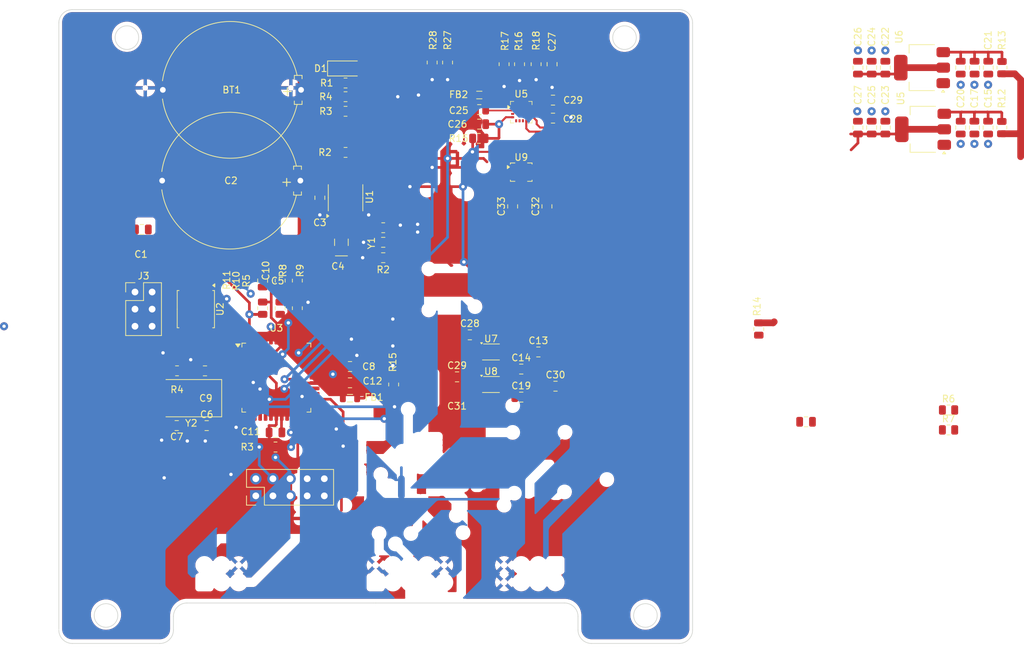
<source format=kicad_pcb>
(kicad_pcb (version 20241229) (generator "pcbnew") (generator_version "9.0")
  (layers (0 "F.Cu" signal) (2 "B.Cu" signal) (13 "F.Paste" user) (15 "B.Paste" user) (5 "F.SilkS" user "F.Silkscreen") (7 "B.SilkS" user "B.Silkscreen") (1 "F.Mask" user) (3 "B.Mask" user) (25 "Edge.Cuts" user))
  (net 0 "")
  (net 1 "GND")
  (net 2 "+3.3V")
  (net 3 "+3.3VA")
  (net 4 "Net-(D1-A)")
  (net 5 "/level_translator/TX")
  (net 6 "+5V")
  (net 7 "/CLK0")
  (net 8 "/INT")
  (net 9 "/DRDY")
  (net 10 "/SCL")
  (net 11 "/SDA")
  (net 12 "/mc/TDI")
  (net 13 "/SS")
  (net 14 "/mc/TCK")
  (net 15 "/mc/TMS")
  (net 16 "/mc/TDO")
  (net 17 "/mc/~{RESET}")
  (net 18 "/SCK")
  (net 19 "/MOSI ")
  (net 20 "/MISO")
  (net 21 "Net-(BT1-+)")
  (net 22 "Net-(U1-OSCI)")
  (net 23 "Net-(U2-VCC)")
  (net 24 "Net-(U3-XTAL1)")
  (net 25 "Net-(U5-AVDD)")
  (net 26 "Net-(U5-C1)")
  (net 27 "Net-(U5-CAD0)")
  (net 28 "Net-(U5-CAD1)")
  (net 29 "Net-(U3-XTAL2)")
  (net 30 "Net-(U3-AREF)")
  (net 33 "Net-(J2-VREF)")
  (net 34 "Net-(U3-AVCC)")
  (net 35 "Net-(U5-DVDD)")
  (net 36 "Net-(R1-Pad2)")
  (net 37 "Net-(U4-VDD)")
  (net 38 "Net-(U5-VI)")
  (net 39 "Net-(U6-VI)")
  (net 40 "Net-(U4-C1)")
  (net 41 "Net-(U7-VCCA)")
  (net 42 "Net-(U7-VCCB)")
  (net 45 "Net-(U3-PA3)")
  (net 46 "Net-(U3-PA2)")
  (net 47 "Net-(U1-OSCO)")
  (net 48 "/clock/INT")
  (net 51 "/level_translator/UART_TX0")
  (net 61 "/level_translator/UART_TX1")
  (net 64 "/level_translator/UART_RX1")
  (net 65 "/level_translator/UART_RX0")
  (net 66 "/mc/DRDY")
  (net 68 "/level_translator/TX1")
  (net 69 "/level_translator/TX0")
  (net 70 "/level_translator/RX1")
  (net 71 "/level_translator/RX0")
  (net 73 "/imu/INT1")
  (net 75 "/imu/INT2")
  (footprint "Resistor_SMD:R_0805_2012Metric" (layer "F.Cu") (at 189.29 52.145)
    (property "Reference" "R15")
    (property "Value" "10")
  )
  (footprint "Inductor_SMD:L_0805_2012Metric" (layer "F.Cu") (at 189.361 45.715)
    (property "Reference" "FB2")
    (property "Value" "FerriteBead")
  )
  (footprint "Capacitor_SMD:C_0805_2012Metric" (layer "F.Cu") (at 189.357 50.038 180)
    (property "Reference" "C26")
    (property "Value" "0.22")
  )
  (footprint "Inductor_SMD:L_0805_2012Metric" (layer "F.Cu") (at 170.185 90.678 180)
    (property "Reference" "FB1")
    (property "Value" "FerriteBead")
  )
  (footprint "Capacitor_SMD:C_0805_2012Metric" (layer "F.Cu") (at 198.12 83.82)
    (property "Reference" "C13")
    (property "Value" "0.22")
  )
  (footprint "Resistor_SMD:R_0805_2012Metric" (layer "F.Cu") (at 176.662 88.646 -90)
    (property "Reference" "R15")
    (property "Value" "10")
  )
  (footprint "Resistor_SMD:R_0805_2012Metric" (layer "F.Cu") (at 175.1115 65.3985)
    (property "Reference" "R2")
    (property "Value" "10")
  )
  (footprint "Capacitor_SMD:C_0805_2012Metric" (layer "F.Cu") (at 157.231 73.2415 -90)
    (property "Reference" "C10")
    (property "Value" "0.22")
  )
  (footprint "Resistor_SMD:R_0805_2012Metric" (layer "F.Cu") (at 230.8098 80.4145 -90)
    (property "Reference" "R14")
    (property "Value" "10")
  )
  (footprint "Resistor_SMD:R_0805_2012Metric" (layer "F.Cu") (at 182.372 40.894 -90)
    (property "Reference" "R28")
    (property "Value" "2.2k")
  )
  (footprint "Resistor_SMD:R_0805_2012Metric" (layer "F.Cu") (at 159.832 77.329 90)
    (property "Reference" "R10")
    (property "Value" "2.2k")
  )
  (footprint "Capacitor_SMD:C_0805_2012Metric" (layer "F.Cu") (at 148.6775 86.6205 180)
    (property "Reference" "C9")
    (property "Value" "0.22")
  )
  (footprint "Capacitor_SMD:C_0805_2012Metric" (layer "F.Cu") (at 195.58 90.52)
    (property "Reference" "C19")
    (property "Value" "4.7")
  )
  (footprint "Capacitor_SMD:C_0805_2012Metric" (layer "F.Cu") (at 170.185 85.9855 180)
    (property "Reference" "C8")
    (property "Value" "0.22")
  )
  (footprint "Crystal:Crystal_SMD_EuroQuartz_EQ161-2Pin_3.2x1.5mm" (layer "F.Cu") (at 168.912 67.5575 90)
    (property "Reference" "Y1")
    (property "Value" "32.768кГц")
  )
  (footprint "Capacitor_SMD:C_0805_2012Metric" (layer "F.Cu") (at 245.516 41.656 90)
    (property "Reference" "C26")
    (property "Value" "C")
  )
  (footprint "Battery:Battery_Panasonic_CR2032-HFN_Horizontal_CircularHoles" (layer "F.Cu") (at 162.824 58.413622 180)
    (property "Reference" "C2")
    (property "Value" "C_Polarized")
  )
  (footprint "Capacitor_SMD:C_0805_2012Metric" (layer "F.Cu") (at 187.96 81.28)
    (property "Reference" "C28")
    (property "Value" "0.22")
  )
  (footprint "Capacitor_SMD:C_0805_2012Metric" (layer "F.Cu") (at 175.1115 69.8435)
    (property "Reference" "C4")
    (property "Value" "100p")
  )
  (footprint "Crystal:Crystal_SMD_EuroQuartz_MQ2-2Pin_7.0x5.0mm" (layer "F.Cu") (at 146.6455 90.678 180)
    (property "Reference" "Y2")
    (property "Value" "8MHz")
  )
  (footprint "Capacitor_SMD:C_0805_2012Metric" (layer "F.Cu") (at 139.321 65.6525)
    (property "Reference" "C1")
    (property "Value" "22p")
  )
  (footprint "Capacitor_SMD:C_0805_2012Metric" (layer "F.Cu") (at 247.548 41.656 90)
    (property "Reference" "C24")
    (property "Value" "C")
  )
  (footprint "Resistor_SMD:R_0805_2012Metric" (layer "F.Cu") (at 258.953 92.427)
    (property "Reference" "R6")
    (property "Value" "2.2k")
  )
  (footprint "Capacitor_SMD:C_0805_2012Metric" (layer "F.Cu") (at 159.136 95.758 180)
    (property "Reference" "C11")
    (property "Value" "0.22")
  )
  (footprint "Capacitor_SMD:C_0805_2012Metric" (layer "F.Cu") (at 260.756 41.656 -90)
    (property "Reference" "C18" (hide yes))
    (property "Value" "C")
  )
  (footprint "Capacitor_SMD:C_0805_2012Metric" (layer "F.Cu") (at 249.58 50.546 90)
    (property "Reference" "C23")
    (property "Value" "4.7")
  )
  (footprint "Resistor_SMD:R_0805_2012Metric" (layer "F.Cu") (at 169.5235 45.9675)
    (property "Reference" "R4")
    (property "Value" "10")
  )
  (footprint "Capacitor_SMD:C_0805_2012Metric" (layer "F.Cu") (at 200.66 88.9)
    (property "Reference" "C30")
    (property "Value" "0.22")
  )
  (footprint "Capacitor_SMD:C_0805_2012Metric" (layer "F.Cu") (at 148.9315 94.7485 180)
    (property "Reference" "C6")
    (property "Value" "22p")
  )
  (footprint "Resistor_SMD:R_0805_2012Metric" (layer "F.Cu") (at 162.372 73.2415 90)
    (property "Reference" "R9")
    (property "Value" "2.2k")
  )
  (footprint "Capacitor_SMD:C_0805_2012Metric" (layer "F.Cu") (at 200.29 49.145)
    (property "Reference" "C28")
    (property "Value" "4.7")
  )
  (footprint "Package_QFP:TQFP-44_10x10mm_P0.8mm" (layer "F.Cu") (at 159.263 87.63)
    (property "Reference" "U3")
    (property "Value" "ATmega1284P-A")
  )
  (footprint "Resistor_SMD:R_0805_2012Metric" (layer "F.Cu") (at 159.136 97.917 180)
    (property "Reference" "R3")
    (property "Value" "10")
  )
  (footprint "Capacitor_SMD:C_0805_2012Metric" (layer "F.Cu") (at 144.4865 94.742)
    (property "Reference" "C7")
    (property "Value" "22p")
  )
  (footprint "Resistor_SMD:R_0805_2012Metric" (layer "F.Cu") (at 258.953 95.377)
    (property "Reference" "R7")
    (property "Value" "2.2k")
  )
  (footprint "Diode_SMD:D_MiniMELF" (layer "F.Cu") (at 169.5235 41.7765)
    (property "Reference" "D1")
    (property "Value" "LL42")
  )
  (footprint "Resistor_SMD:R_0805_2012Metric" (layer "F.Cu") (at 169.5235 43.9355 180)
    (property "Reference" "R1")
    (property "Value" "10")
  )
  (footprint "Resistor_SMD:R_0805_2012Metric" (layer "F.Cu") (at 169.5235 48.1265)
    (property "Reference" "R3")
    (property "Value" "2.2k")
  )
  (footprint "Capacitor_SMD:C_0805_2012Metric" (layer "F.Cu") (at 195.58 86.36)
    (property "Reference" "C14")
    (property "Value" "100p")
  )
  (footprint "Package_LGA:LGA-14_3x2.5mm_P0.5mm_LayoutBorder3x4y" (layer "F.Cu") (at 195.58 57.15)
    (property "Reference" "U9")
    (property "Value" "LSM6DS3")
  )
  (footprint "Resistor_SMD:R_0805_2012Metric" (layer "F.Cu") (at 162.372 77.329 90)
    (property "Reference" "R11")
    (property "Value" "2.2k")
  )
  (footprint "Resistor_SMD:R_0805_2012Metric" (layer "F.Cu") (at 144.531 86.614 180)
    (property "Reference" "R4")
    (property "Value" "2.2k")
  )
  (footprint "Resistor_SMD:R_0805_2012Metric" (layer "F.Cu") (at 193.04 41.143 -90)
    (property "Reference" "R17")
    (property "Value" "2.2k")
  )
  (footprint "Resistor_SMD:R_0805_2012Metric" (layer "F.Cu") (at 266.877 41.656 90)
    (property "Reference" "R13")
    (property "Value" "1")
  )
  (footprint "Package_SO:VSSOP-8_2.3x2mm_P0.5mm" (layer "F.Cu") (at 191.09 83.82)
    (property "Reference" "U7")
    (property "Value" "74LVC2T45DC")
  )
  (footprint "Package_SO:SOIC-8_3.9x4.9mm_P1.27mm" (layer "F.Cu") (at 169.5235 60.9535 90)
    (property "Reference" "U1")
    (property "Value" "PCF8563T")
  )
  (footprint "Connector_PinHeader_2.54mm:PinHeader_2x03_P2.54mm_Vertical" (layer "F.Cu") (at 138.298 74.93)
    (property "Reference" "J3")
    (property "Value" "AVR-ISP-6")
  )
  (footprint "Capacitor_SMD:C_0805_2012Metric" (layer "F.Cu") (at 249.58 41.656 90)
    (property "Reference" "C22")
    (property "Value" "4.7")
  )
  (footprint "Battery:Battery_Panasonic_CR2032-HFN_Horizontal_CircularHoles" (layer "F.Cu") (at 162.9275 44.951622 180)
    (property "Reference" "BT1")
    (property "Value" "Battery_Cell")
  )
  (footprint "Capacitor_SMD:C_0805_2012Metric" (layer "F.Cu") (at 175.1115 67.5575)
    (property "Reference" "C5")
    (property "Value" "0.22")
  )
  (footprint "Capacitor_SMD:C_0805_2012Metric" (layer "F.Cu") (at 247.548 50.546 90)
    (property "Reference" "C25")
    (property "Value" "C")
  )
  (footprint "Resistor_SMD:R_0805_2012Metric" (layer "F.Cu") (at 169.5235 54.2225)
    (property "Reference" "R2")
    (property "Value" "2.2k")
  )
  (footprint "Resistor_SMD:R_0805_2012Metric" (layer "F.Cu") (at 266.852 50.546 90)
    (property "Reference" "R12")
    (property "Value" "1")
  )
  (footprint "Package_TO_SOT_SMD:SOT-223-3_TabPin2" (layer "F.Cu") (at 255.016 41.656 180)
    (property "Reference" "U6")
    (property "Value" "AMS1117-3.3")
  )
  (footprint "Capacitor_SMD:C_0805_2012Metric" (layer "F.Cu") (at 264.845 41.656 -90)
    (property "Reference" "C21")
    (property "Value" "4.7")
  )
  (footprint "Resistor_SMD:R_0805_2012Metric" (layer "F.Cu") (at 157.231 77.329 -90)
    (property "Reference" "R5")
    (property "Value" "2.2k")
  )
  (footprint "Capacitor_SMD:C_0805_2012Metric" (layer "F.Cu") (at 262.788 50.546 -90)
    (property "Reference" "C17")
    (property "Value" "C")
  )
  (footprint "Capacitor_SMD:C_0805_2012Metric" (layer "F.Cu") (at 200.29 46.477)
    (property "Reference" "C29")
    (property "Value" "0.22")
  )
  (footprint "Connector_PinHeader_2.54mm:PinHeader_2x05_P2.54mm_Vertical" (layer "F.Cu") (at 156.215 105.161 90)
    (property "Reference" "J2" (hide yes))
    (property "Value" "AVR-JTAG-10")
  )
  (footprint "Capacitor_SMD:C_0805_2012Metric" (layer "F.Cu") (at 165.7135 60.9535 90)
    (property "Reference" "C3")
    (property "Value" "0.1")
  )
  (footprint "Capacitor_SMD:C_0805_2012Metric" (layer "F.Cu") (at 189.357 47.879 180)
    (property "Reference" "C25")
    (property "Value" "0.22")
  )
  (footprint "Capacitor_SMD:C_0805_2012Metric" (layer "F.Cu") (at 237.8205 94.178)
    (property "Reference" "C31")
    (property "Value" "0.22")
  )
  (footprint "Capacitor_SMD:C_0805_2012Metric" (layer "F.Cu") (at 199.39 62.23 90)
    (property "Reference" "C32")
    (property "Value" "0.22")
  )
  (footprint "Resistor_SMD:R_0805_2012Metric" (layer "F.Cu") (at 159.832 73.2415 90)
    (property "Reference" "R8")
    (property "Value" "2.2k")
  )
  (footprint "Capacitor_SMD:C_0805_2012Metric" (layer "F.Cu") (at 200.156 41.145 90)
    (property "Reference" "C27")
    (property "Value" "0.22")
  )
  (footprint "Resistor_SMD:R_0805_2012Metric" (layer "F.Cu") (at 184.658 40.894 -90)
    (property "Reference" "R27")
    (property "Value" "2.2k")
  )
  (footprint "Capacitor_SMD:C_0805_2012Metric" (layer "F.Cu") (at 245.5156 50.546 90)
    (property "Reference" "C27")
    (property "Value" "C")
  )
  (footprint "Capacitor_SMD:C_0805_2012Metric" (layer "F.Cu") (at 170.185 88.392)
    (property "Reference" "C12")
    (property "Value" "0.22")
  )
  (footprint "Package_LGA:LGA-16_3x3mm_P0.5mm" (layer "F.Cu") (at 195.58 48.26)
    (property "Reference" "U5")
    (property "Value" "qmc5883l")
  )
  (footprint "Package_TO_SOT_SMD:SOT-223-3_TabPin2" (layer "F.Cu") (at 255.168 50.8 180)
    (property "Reference" "U5")
    (property "Value" "AMS1117-3.3")
  )
  (footprint "Resistor_SMD:R_0805_2012Metric" (layer "F.Cu") (at 197.79 41.145 -90)
    (property "Reference" "R18")
    (property "Value" "2.2k")
  )
  (footprint "Package_SO:SOIC-8_5.3x5.3mm_P1.27mm" (layer "F.Cu") (at 147.32 77.47 -90)
    (property "Reference" "U2")
    (property "Value" "W25Q128JVS")
  )
  (footprint "Capacitor_SMD:C_0805_2012Metric" (layer "F.Cu") (at 194.31 62.23 90)
    (property "Reference" "C33")
    (property "Value" "0.22")
  )
  (footprint "Capacitor_SMD:C_0805_2012Metric" (layer "F.Cu") (at 186.06 87.51)
    (property "Reference" "C29")
    (property "Value" "0.22")
  )
  (footprint "Capacitor_SMD:C_0805_2012Metric" (layer "F.Cu") (at 264.82 50.546 -90)
    (property "Reference" "C15")
    (property "Value" "C")
  )
  (footprint "Package_SO:VSSOP-8_2.3x2mm_P0.5mm" (layer "F.Cu") (at 191.09 88.65)
    (property "Reference" "U8")
    (property "Value" "74LVC2T45DC")
  )
  (footprint "Capacitor_SMD:C_0805_2012Metric" (layer "F.Cu") (at 260.756 50.546 -90)
    (property "Reference" "C20")
    (property "Value" "4.7")
  )
  (footprint "Capacitor_SMD:C_0805_2012Metric" (layer "F.Cu") (at 262.813 41.656 -90)
    (property "Reference" "C16" (hide yes))
    (property "Value" "C")
  )
  (footprint "Resistor_SMD:R_0805_2012Metric" (layer "F.Cu") (at 195.33 41.145 -90)
    (property "Reference" "R16")
    (property "Value" "2.2k")
  )
  (gr_arc (start 144 125.052) (mid 143.414214 126.466214) (end 142 127.052) (stroke (width 0.1)) (layer "Edge.Cuts"))
  (gr_arc (start 129 127.052) (mid 127.585786 126.466214) (end 127 125.052) (stroke (width 0.1)) (layer "Edge.Cuts"))
  (gr_arc (start 219 33.052) (mid 220.414214 33.637786) (end 221 35.052) (stroke (width 0.1)) (layer "Edge.Cuts"))
  (gr_line (start 144 123.052) (end 144 125.052) (stroke (width 0.1)) (layer "Edge.Cuts"))
  (gr_line (start 204 123.052) (end 204 125.052) (stroke (width 0.1)) (layer "Edge.Cuts"))
  (gr_arc (start 127 35.052) (mid 127.585786 33.637786) (end 129 33.052) (stroke (width 0.1)) (layer "Edge.Cuts"))
  (gr_circle (center 210.9 37.202) (end 212.65 37.202) (stroke (width 0.1)) (fill no) (layer "Edge.Cuts"))
  (gr_line (start 174 121.052) (end 202 121.052) (stroke (width 0.1)) (layer "Edge.Cuts"))
  (gr_line (start 206 127.052) (end 219 127.052) (stroke (width 0.1)) (layer "Edge.Cuts"))
  (gr_line (start 219 33.052) (end 129 33.052) (stroke (width 0.1)) (layer "Edge.Cuts"))
  (gr_circle (center 214 122.902) (end 215.75 122.902) (stroke (width 0.1)) (fill no) (layer "Edge.Cuts"))
  (gr_circle (center 137.1 37.202) (end 138.85 37.202) (stroke (width 0.1)) (fill no) (layer "Edge.Cuts"))
  (gr_line (start 174 121.052) (end 146 121.052) (stroke (width 0.1)) (layer "Edge.Cuts"))
  (gr_line (start 129 127.052) (end 142 127.052) (stroke (width 0.1)) (layer "Edge.Cuts"))
  (gr_line (start 127 34.925) (end 127 124.925) (stroke (width 0.1)) (layer "Edge.Cuts"))
  (gr_arc (start 206 127.052) (mid 204.585786 126.466214) (end 204 125.052) (stroke (width 0.1)) (layer "Edge.Cuts"))
  (gr_circle (center 134 122.902) (end 135.75 122.902) (stroke (width 0.1)) (fill no) (layer "Edge.Cuts"))
  (gr_arc (start 144 123.052) (mid 144.585786 121.637786) (end 146 121.052) (stroke (width 0.1)) (layer "Edge.Cuts"))
  (gr_arc (start 202 121.052) (mid 203.414214 121.637786) (end 204 123.052) (stroke (width 0.1)) (layer "Edge.Cuts"))
  (gr_arc (start 221 125.052) (mid 220.414214 126.466214) (end 219 127.052) (stroke (width 0.1)) (layer "Edge.Cuts"))
  (gr_line (start 221 125.052) (end 221 35.052) (stroke (width 0.1)) (layer "Edge.Cuts"))
  (segment (start 202.442 49.017) (end 202.314 49.145) (width 0.4) (layer "F.Cu") (net 1))
  (segment (start 198.378 50.541) (end 202.95 50.541) (width 0.3) (layer "F.Cu") (net 1))
  (segment (start 153.5625 87.63) (end 155.453 87.63) (width 0.4) (layer "F.Cu") (net 1))
  (segment (start 155.836755 88.013755) (end 155.836755 88.341689) (width 0.4) (layer "F.Cu") (net 1))
  (segment (start 197.87 50.033) (end 198.378 50.541) (width 0.3) (layer "F.Cu") (net 1))
  (segment (start 167.645 87.122) (end 167.137 87.63) (width 0.4) (layer "F.Cu") (net 1))
  (segment (start 197.87 49.525) (end 197.87 50.033) (width 0.3) (layer "F.Cu") (net 1))
  (segment (start 202.941 48.01) (end 202.95 48.001) (width 0.3) (layer "F.Cu") (net 1))
  (segment (start 177.6525 65.0165) (end 177.6515 65.0175) (width 1) (layer "F.Cu") (net 1))
  (segment (start 202.95 48.001) (end 202.95 49.017) (width 0.3) (layer "F.Cu") (net 1))
  (segment (start 202.95 50.541) (end 202.95 49.017) (width 0.3) (layer "F.Cu") (net 1))
  (segment (start 155.453 87.63) (end 155.836755 88.013755) (width 0.4) (layer "F.Cu") (net 1))
  (segment (start 197.355 49.01) (end 197.87 49.525) (width 0.3) (layer "F.Cu") (net 1))
  (segment (start 150.119 86.614) (end 149.291 86.614) (width 0.4) (layer "F.Cu") (net 1))
  (segment (start 167.137 87.63) (end 164.8875 87.63) (width 0.4) (layer "F.Cu") (net 1))
  (segment (start 151.135 87.63) (end 150.119 86.614) (width 0.4) (layer "F.Cu") (net 1))
  (segment (start 160.025 93.2925) (end 160.025 95.697) (width 0.4) (layer "F.Cu") (net 1))
  (segment (start 160.025 95.697) (end 160.086 95.758) (width 0.4) (layer "F.Cu") (net 1))
  (segment (start 155.453 87.63) (end 151.135 87.63) (width 0.4) (layer "F.Cu") (net 1))
  (segment (start 159.263 80.916214) (end 159.263 81.9675) (width 0.4) (layer "F.Cu") (net 1))
  (segment (start 196.855 48.01) (end 202.941 48.01) (width 0.3) (layer "F.Cu") (net 1))
  (segment (start 158.426349 80.079563) (end 159.263 80.916214) (width 0.4) (layer "F.Cu") (net 1))
  (segment (start 202.314 49.145) (end 201.24 49.145) (width 0.4) (layer "F.Cu") (net 1))
  (segment (start 196.855 49.01) (end 197.355 49.01) (width 0.3) (layer "F.Cu") (net 1))
  (segment (start 202.95 49.017) (end 202.442 49.017) (width 0.4) (layer "F.Cu") (net 1))
  (via (at 146.055 97.028) (size 1.2) (drill 0.5) (layers "F.Cu" "B.Cu") (net 1))
  (via (at 171.201 84.328) (size 1.2) (drill 0.5) (layers "F.Cu" "B.Cu") (net 1))
  (via (at 142.626 102.489) (size 1.2) (drill 0.5) (layers "F.Cu" "B.Cu") (net 1))
  (via (at 152.532 101.981) (size 1.2) (drill 0.5) (layers "F.Cu" "B.Cu") (net 1))
  (via (at 172.9525 63.4935) (size 1.2) (drill 0.5) (layers "F.Cu" "B.Cu") (net 1))
  (via (at 155.836755 88.341689) (size 1.2) (drill 0.5) (layers "F.Cu" "B.Cu") (net 1))
  (via (at 167.645 87.122) (size 1.2) (drill 0.5) (layers "F.Cu" "B.Cu") (net 1))
  (via (at 247.548 48.133) (size 1.2) (drill 0.5) (layers "F.Cu" "B.Cu") (net 1))
  (via (at 172.1905 67.5575) (size 1.2) (drill 0.5) (layers "F.Cu" "B.Cu") (net 1))
  (via (at 176.535 85.852) (size 1.2) (drill 0.5) (layers "F.Cu" "B.Cu") (net 1))
  (via (at 202.95 49.017) (size 1.2) (drill 0.5) (layers "F.Cu" "B.Cu") (net 1))
  (via (at 260.756 44.196) (size 1.2) (drill 0.5) (layers "F.Cu" "B.Cu") (net 1))
  (via (at 163.962 76.454) (size 1.2) (drill 0.5) (layers "F.Cu" "B.Cu") (net 1))
  (via (at 172.0635 69.8435) (size 1.2) (drill 0.5) (layers "F.Cu" "B.Cu") (net 1))
  (via (at 118.877 80.01) (size 1.2) (drill 0.5) (layers "F.Cu" "B.Cu") (net 1))
  (via (at 249.58 48.133) (size 1.2) (drill 0.5) (layers "F.Cu" "B.Cu") (net 1))
  (via (at 142.245 96.901) (size 1.2) (drill 0.5) (layers "F.Cu" "B.Cu") (net 1))
  (via (at 165.7135 63.4935) (size 1.2) (drill 0.5) (layers "F.Cu" "B.Cu") (net 1))
  (via (at 170.3945 81.9215) (size 1.2) (drill 0.5) (layers "F.Cu" "B.Cu") (net 1))
  (via (at 245.516 39.116) (size 1.2) (drill 0.5) (layers "F.Cu" "B.Cu") (net 1))
  (via (at 161.422 95.758) (size 1.2) (drill 0.5) (layers "F.Cu" "B.Cu") (net 1))
  (via (at 247.548 39.116) (size 1.2) (drill 0.5) (layers "F.Cu" "B.Cu") (net 1))
  (via (at 177.6515 65.0175) (size 1.2) (drill 0.5) (layers "F.Cu" "B.Cu") (net 1))
  (via (at 148.722 97.028) (size 1.2) (drill 0.5) (layers "F.Cu" "B.Cu") (net 1))
  (via (at 264.82 44.196) (size 1.2) (drill 0.5) (layers "F.Cu" "B.Cu") (net 1))
  (via (at 158.426349 80.079563) (size 1.2) (drill 0.5) (layers "F.Cu" "B.Cu") (net 1))
  (via (at 262.788 44.196) (size 1.2) (drill 0.5) (layers "F.Cu" "B.Cu") (net 1))
  (via (at 264.82 52.959) (size 1.2) (drill 0.5) (layers "F.Cu" "B.Cu") (net 1))
  (via (at 262.788 52.959) (size 1.2) (drill 0.5) (layers "F.Cu" "B.Cu") (net 1))
  (via (at 260.756 52.959) (size 1.2) (drill 0.5) (layers "F.Cu" "B.Cu") (net 1))
  (via (at 155.453 75.184) (size 1.2) (drill 0.5) (layers "F.Cu" "B.Cu") (net 1))
  (via (at 245.414 48.133) (size 1.2) (drill 0.5) (layers "F.Cu" "B.Cu") (net 1))
  (via (at 163.073 90.424) (size 1.2) (drill 0.5) (layers "F.Cu" "B.Cu") (net 1))
  (via (at 249.58 39.116) (size 1.2) (drill 0.5) (layers "F.Cu" "B.Cu") (net 1))
  (segment (start 175.265 93.726) (end 175.265 89.5585) (width 0.4) (layer "F.Cu") (net 2))
  (segment (start 244.5 53.848) (end 245.5156 52.8324) (width 0.4) (layer "F.Cu") (net 2))
  (segment (start 247.548 51.496) (end 249.58 51.496) (width 0.4) (layer "F.Cu") (net 2))
  (segment (start 189.218 54.145) (end 190.806 54.145) (width 0.3) (layer "F.Cu") (net 2))
  (segment (start 189.218 54.145) (end 188.774 54.145) (width 0.4) (layer "F.Cu") (net 2))
  (segment (start 170.436 45.9675) (end 174.0955 45.9675) (width 0.4) (layer "F.Cu") (net 2))
  (segment (start 175.3685 89.5585) (end 176.662 89.5585) (width 0.4) (layer "F.Cu") (net 2))
  (segment (start 186.944 59.3025) (end 178.0325 59.3025) (width 0.4) (layer "F.Cu") (net 2))
  (segment (start 178.0325 59.3025) (end 174.199 63.136) (width 0.4) (layer "F.Cu") (net 2))
  (segment (start 187.073 70.4785) (end 186.311 69.7165) (width 0.4) (layer "F.Cu") (net 2))
  (segment (start 188.3775 53.7485) (end 188.3775 52.145) (width 0.4) (layer "F.Cu") (net 2))
  (segment (start 258.318 50.8) (end 252.018 50.8) (width 1) (layer "F.Cu") (net 2))
  (segment (start 249.58 51.496) (end 251.068 51.496) (width 0.4) (layer "F.Cu") (net 2))
  (segment (start 174.199 63.136) (end 174.199 65.5255) (width 0.4) (layer "F.Cu") (net 2))
  (segment (start 245.5156 52.8324) (end 245.5156 51.496) (width 0.4) (layer "F.Cu") (net 2))
  (segment (start 245.5156 51.496) (end 247.548 51.496) (width 0.4) (layer "F.Cu") (net 2))
  (segment (start 175.265 89.5585) (end 174.249 88.5425) (width 0.4) (layer "F.Cu") (net 2))
  (segment (start 188.774 54.145) (end 188.3775 53.7485) (width 0.4) (layer "F.Cu") (net 2))
  (segment (start 244.434 51.496) (end 245.5156 51.496) (width 0.4) (layer "F.Cu") (net 2))
  (segment (start 174.0955 45.9675) (end 170.480815 45.9675) (width 0.4) (layer "F.Cu") (net 2))
  (segment (start 175.265 89.5585) (end 175.3685 89.5585) (width 0.4) (layer "F.Cu") (net 2))
  (segment (start 187.073 70.4785) (end 190.309 73.7145) (width 0.4) (layer "F.Cu") (net 2))
  (segment (start 251.068 51.496) (end 252.018 50.546) (width 0.4) (layer "F.Cu") (net 2))
  (segment (start 174.0955 45.9675) (end 177.2705 45.9675) (width 0.4) (layer "F.Cu") (net 2))
  (segment (start 160.0485 97.917) (end 161.438 97.917) (width 0.4) (layer "F.Cu") (net 2))
  (via (at 161.438 97.917) (size 1.2) (drill 0.5) (layers "F.Cu" "B.Cu") (net 2))
  (via (at 175.265 93.726) (size 1.2) (drill 0.5) (layers "F.Cu" "B.Cu") (net 2))
  (via (at 186.944 59.3025) (size 1.2) (drill 0.5) (layers "F.Cu" "B.Cu") (net 2))
  (via (at 188.341 54.145) (size 1.2) (drill 0.5) (layers "F.Cu" "B.Cu") (net 2))
  (via (at 177.2705 45.9675) (size 1.2) (drill 0.5) (layers "F.Cu" "B.Cu") (net 2))
  (via (at 187.073 70.4785) (size 1.2) (drill 0.5) (layers "F.Cu" "B.Cu") (net 2))
  (via (at 179.072 59.3025) (size 1.2) (drill 0.5) (layers "F.Cu" "B.Cu") (net 2))
  (segment (start 187.073 70.4785) (end 186.944 70.3495) (width 0.4) (layer "B.Cu") (net 2))
  (segment (start 186.944 70.3495) (end 186.944 55.0995) (width 0.4) (layer "B.Cu") (net 2))
  (segment (start 188.341 54.3605) (end 188.341 54.145) (width 0.4) (layer "B.Cu") (net 2))
  (segment (start 186.95325 55.10875) (end 187.962 54.1) (width 0.4) (layer "B.Cu") (net 2))
  (segment (start 179.072 59.3025) (end 179.072 47.769) (width 0.4) (layer "B.Cu") (net 2))
  (segment (start 179.072 47.769) (end 177.2705 45.9675) (width 0.4) (layer "B.Cu") (net 2))
  (segment (start 175.265 93.599) (end 175.138 93.726) (width 0.4) (layer "B.Cu") (net 2))
  (segment (start 186.944 55.0995) (end 186.95325 55.10875) (width 0.4) (layer "B.Cu") (net 2))
  (segment (start 175.138 93.726) (end 165.629 93.726) (width 0.4) (layer "B.Cu") (net 2))
  (segment (start 165.629 93.726) (end 161.438 97.917) (width 0.4) (layer "B.Cu") (net 2))
  (segment (start 175.265 93.726) (end 175.265 93.599) (width 0.4) (layer "B.Cu") (net 2))
  (segment (start 247.548 42.606) (end 245.516 42.606) (width 0.4) (layer "F.Cu") (net 3))
  (segment (start 185.1615 70.9865) (end 185.295 70.9865) (width 0.4) (layer "F.Cu") (net 3))
  (segment (start 258.166 41.656) (end 251.866 41.656) (width 1) (layer "F.Cu") (net 3))
  (segment (start 251.068 42.606) (end 252.018 41.656) (width 0.4) (layer "F.Cu") (net 3))
  (segment (start 173.233 89.662) (end 172.217 90.678) (width 0.4) (layer "F.Cu") (net 3))
  (segment (start 251.866 41.808) (end 252.018 41.656) (width 1) (layer "F.Cu") (net 3))
  (segment (start 172.217 90.678) (end 171.2475 90.678) (width 0.4) (layer "F.Cu") (net 3))
  (segment (start 180.215 66.04) (end 185.1615 70.9865) (width 0.4) (layer "F.Cu") (net 3))
  (segment (start 249.58 42.606) (end 251.068 42.606) (width 0.4) (layer "F.Cu") (net 3))
  (segment (start 180.215 64.8905) (end 180.281 64.8245) (width 0.4) (layer "F.Cu") (net 3))
  (segment (start 180.281 64.8245) (end 191.391 64.8245) (width 0.4) (layer "F.Cu") (net 3))
  (segment (start 249.58 42.606) (end 247.548 42.606) (width 0.4) (layer "F.Cu") (net 3))
  (via (at 180.215 66.04) (size 1.2) (drill 0.5) (layers "F.Cu" "B.Cu") (net 3))
  (via (at 180.215 64.8905) (size 1.2) (drill 0.5) (layers "F.Cu" "B.Cu") (net 3))
  (via (at 180.34 45.72) (size 1.2) (drill 0.5) (layers "F.Cu" "B.Cu") (net 3))
  (segment (start 180.215 66.04) (end 180.215 64.8905) (width 0.4) (layer "B.Cu") (net 3))
  (segment (start 180.086 45.974) (end 180.086 47.4895) (width 0.4) (layer "B.Cu") (net 3))
  (segment (start 180.086 47.4895) (end 180.215 47.6185) (width 0.4) (layer "B.Cu") (net 3))
  (segment (start 180.215 47.6185) (end 180.215 64.8905) (width 0.4) (layer "B.Cu") (net 3))
  (segment (start 180.34 45.72) (end 180.086 45.974) (width 0.4) (layer "B.Cu") (net 3))
  (segment (start 171.2735 43.9355) (end 171.2735 41.1415) (width 0.4) (layer "F.Cu") (net 4))
  (segment (start 170.436 43.9355) (end 171.2735 43.9355) (width 0.4) (layer "F.Cu") (net 4))
  (segment (start 177.805 100.965) (end 177.805 102.362) (width 0.4) (layer "B.Cu") (net 5))
  (segment (start 177.805 102.87) (end 178.059 102.616) (width 0.3) (layer "B.Cu") (net 5))
  (segment (start 177.805 102.362) (end 178.059 102.616) (width 0.4) (layer "B.Cu") (net 5))
  (segment (start 177.805 105.156) (end 177.805 102.616) (width 1) (layer "B.Cu") (net 5))
  (segment (start 269.646 51.689) (end 269.646 51.054) (width 1) (layer "F.Cu") (net 6))
  (segment (start 266.852 51.4585) (end 269.4155 51.4585) (width 1) (layer "F.Cu") (net 6))
  (segment (start 230.8098 79.502) (end 232.2322 79.502) (width 0.4) (layer "F.Cu") (net 6))
  (segment (start 268.7805 42.5685) (end 266.877 42.5685) (width 1) (layer "F.Cu") (net 6))
  (segment (start 268.122 51.4585) (end 266.852 51.4585) (width 0.4) (layer "F.Cu") (net 6))
  (segment (start 269.646 51.054) (end 269.646 43.434) (width 1) (layer "F.Cu") (net 6))
  (segment (start 269.4155 51.4585) (end 269.646 51.689) (width 1) (layer "F.Cu") (net 6))
  (segment (start 269.646 43.434) (end 268.7805 42.5685) (width 1) (layer "F.Cu") (net 6))
  (segment (start 232.9415 79.502) (end 233.0958 79.3477) (width 1) (layer "F.Cu") (net 6))
  (segment (start 269.646 54.864) (end 269.646 51.054) (width 1) (layer "F.Cu") (net 6))
  (segment (start 230.8098 79.502) (end 232.9415 79.502) (width 1) (layer "F.Cu") (net 6))
  (segment (start 157.663 82.0055) (end 157.625 81.9675) (width 0.4) (layer "F.Cu") (net 7))
  (segment (start 157.291891 83.505109) (end 157.663 83.134) (width 0.4) (layer "F.Cu") (net 7))
  (segment (start 157.663 83.134) (end 157.663 82.0055) (width 0.4) (layer "F.Cu") (net 7))
  (segment (start 155.100001 83.505109) (end 157.291891 83.505109) (width 0.4) (layer "F.Cu") (net 7))
  (via (at 153.294 94.996) (size 1.2) (drill 0.5) (layers "F.Cu" "B.Cu") (net 8))
  (segment (start 195.33 46.397) (end 195.33 46.985) (width 0.3) (layer "F.Cu") (net 9))
  (segment (start 197.79 43.4405) (end 197.79 42.0575) (width 0.4) (layer "F.Cu") (net 9))
  (segment (start 197.79 43.937) (end 195.33 46.397) (width 0.3) (layer "F.Cu") (net 9))
  (segment (start 197.79 43.4405) (end 197.79 43.937) (width 0.3) (layer "F.Cu") (net 9))
  (via (at 197.79 43.4405) (size 1.2) (drill 0.5) (layers "F.Cu" "B.Cu") (net 9))
  (segment (start 193.044 42.3095) (end 192.79 42.0555) (width 0.4) (layer "F.Cu") (net 10))
  (segment (start 184.658 55.118) (end 189.992 55.118) (width 0.4) (layer "F.Cu") (net 10))
  (segment (start 160.863 91.135) (end 160.863 93.3305) (width 0.4) (layer "F.Cu") (net 10))
  (segment (start 193.315 47.51) (end 194.305 47.51) (width 0.3) (layer "F.Cu") (net 10))
  (segment (start 193.04 44.45) (end 193.044 44.454) (width 0.3) (layer "F.Cu") (net 10))
  (segment (start 193.044 44.454) (end 193.044 47.239) (width 0.3) (layer "F.Cu") (net 10))
  (segment (start 172.438 55.118) (end 170.1585 57.3975) (width 0.4) (layer "F.Cu") (net 10))
  (segment (start 160.442499 90.714499) (end 160.863 91.135) (width 0.4) (layer "F.Cu") (net 10))
  (segment (start 189.992 55.118) (end 190.5 55.626) (width 0.4) (layer "F.Cu") (net 10))
  (segment (start 184.658 55.118) (end 172.438 55.118) (width 0.4) (layer "F.Cu") (net 10))
  (segment (start 160.442499 89.2875) (end 160.442499 90.714499) (width 0.4) (layer "F.Cu") (net 10))
  (segment (start 193.044 44.446) (end 193.044 42.3095) (width 0.4) (layer "F.Cu") (net 10))
  (segment (start 193.044 47.239) (end 193.315 47.51) (width 0.3) (layer "F.Cu") (net 10))
  (segment (start 193.04 44.45) (end 193.044 44.446) (width 0.4) (layer "F.Cu") (net 10))
  (segment (start 184.658 41.8065) (end 184.658 43.434) (width 0.4) (layer "F.Cu") (net 10))
  (segment (start 160.863 93.3305) (end 160.80542 93.27292) (width 0.4) (layer "F.Cu") (net 10))
  (segment (start 170.1585 57.3975) (end 170.1585 58.4785) (width 0.4) (layer "F.Cu") (net 10))
  (via (at 193.04 44.45) (size 1.2) (drill 0.5) (layers "F.Cu" "B.Cu") (net 10))
  (via (at 184.658 55.118) (size 1.2) (drill 0.5) (layers "F.Cu" "B.Cu") (net 10))
  (via (at 160.442499 89.2875) (size 1.2) (drill 0.5) (layers "F.Cu" "B.Cu") (net 10))
  (via (at 184.658 43.434) (size 1.2) (drill 0.5) (layers "F.Cu" "B.Cu") (net 10))
  (segment (start 187.486 44.45) (end 186.47 43.434) (width 0.4) (layer "B.Cu") (net 10))
  (segment (start 184.658 55.118) (end 184.658 66.802) (width 0.4) (layer "B.Cu") (net 10))
  (segment (start 193.04 44.45) (end 187.486 44.45) (width 0.4) (layer "B.Cu") (net 10))
  (segment (start 171.45 80.01) (end 169.749998 80.01) (width 0.4) (layer "B.Cu") (net 10))
  (segment (start 186.47 43.434) (end 184.658 43.434) (width 0.4) (layer "B.Cu") (net 10))
  (segment (start 184.658 66.802) (end 171.45 80.01) (width 0.4) (layer "B.Cu") (net 10))
  (segment (start 160.472498 89.2875) (end 160.442499 89.2875) (width 0.4) (layer "B.Cu") (net 10))
  (segment (start 184.658 55.118) (end 184.658 43.434) (width 0.4) (layer "B.Cu") (net 10))
  (segment (start 169.749998 80.01) (end 160.472498 89.2875) (width 0.4) (layer "B.Cu") (net 10))
  (segment (start 195.33 42.0575) (end 195.33 43.5675) (width 0.4) (layer "F.Cu") (net 11))
  (segment (start 195.33 43.5675) (end 195.33 45.207) (width 0.3) (layer "F.Cu") (net 11))
  (segment (start 161.594297 87.870511) (end 161.625 87.901214) (width 0.4) (layer "F.Cu") (net 11))
  (segment (start 160.475272 87.870511) (end 161.594297 87.870511) (width 0.4) (layer "F.Cu") (net 11))
  (segment (start 182.372 56.4515) (end 172.3745 56.4515) (width 0.4) (layer "F.Cu") (net 11))
  (segment (start 195.33 45.207) (end 194.83 45.707) (width 0.3) (layer "F.Cu") (net 11))
  (segment (start 172.3745 56.4515) (end 171.4285 57.3975) (width 0.4) (layer "F.Cu") (net 11))
  (segment (start 194.83 45.707) (end 194.83 46.985) (width 0.3) (layer "F.Cu") (net 11))
  (segment (start 182.372 41.8065) (end 182.372 43.434) (width 0.4) (layer "F.Cu") (net 11))
  (segment (start 182.372 56.4515) (end 188.2775 56.4515) (width 0.4) (layer "F.Cu") (net 11))
  (segment (start 161.625 87.901214) (end 161.625 93.2925) (width 0.4) (layer "F.Cu") (net 11))
  (segment (start 171.4285 57.3975) (end 171.4285 58.4785) (width 0.4) (layer "F.Cu") (net 11))
  (via (at 195.33 43.5675) (size 1.2) (drill 0.5) (layers "F.Cu" "B.Cu") (net 11))
  (via (at 182.372 56.4515) (size 1.2) (drill 0.5) (layers "F.Cu" "B.Cu") (net 11))
  (via (at 160.475272 87.870511) (size 1.2) (drill 0.5) (layers "F.Cu" "B.Cu") (net 11))
  (via (at 182.372 43.434) (size 1.2) (drill 0.5) (layers "F.Cu" "B.Cu") (net 11))
  (segment (start 182.372 56.4515) (end 182.372 66.548) (width 0.4) (layer "B.Cu") (net 11))
  (segment (start 187.325 41.91) (end 188.595 43.18) (width 0.4) (layer "B.Cu") (net 11))
  (segment (start 172.145783 76.2) (end 160.475272 87.870511) (width 0.4) (layer "B.Cu") (net 11))
  (segment (start 172.72 76.2) (end 172.145783 76.2) (width 0.4) (layer "B.Cu") (net 11))
  (segment (start 188.595 43.18) (end 194.319 43.18) (width 0.4) (layer "B.Cu") (net 11))
  (segment (start 182.372 66.548) (end 172.72 76.2) (width 0.4) (layer "B.Cu") (net 11))
  (segment (start 182.372 43.434) (end 183.896 41.91) (width 0.4) (layer "B.Cu") (net 11))
  (segment (start 183.896 41.91) (end 187.325 41.91) (width 0.4) (layer "B.Cu") (net 11))
  (segment (start 194.319 43.18) (end 194.7065 43.5675) (width 0.4) (layer "B.Cu") (net 11))
  (segment (start 194.7065 43.5675) (end 195.33 43.5675) (width 0.4) (layer "B.Cu") (net 11))
  (segment (start 182.372 56.4515) (end 182.372 43.434) (width 0.4) (layer "B.Cu") (net 11))
  (segment (start 167.289 90.83) (end 164.8875 90.83) (width 0.4) (layer "F.Cu") (net 12))
  (segment (start 169.169 97.79) (end 169.169 92.71) (width 0.4) (layer "F.Cu") (net 12))
  (segment (start 169.169 92.71) (end 167.289 90.83) (width 0.4) (layer "F.Cu") (net 12))
  (via (at 169.169 97.79) (size 1.2) (drill 0.5) (layers "F.Cu" "B.Cu") (net 12))
  (segment (start 169.169 97.79) (end 169.677 98.298) (width 0.4) (layer "B.Cu") (net 12))
  (segment (start 169.677 98.298) (end 169.677 103.632) (width 0.4) (layer "B.Cu") (net 12))
  (segment (start 169.677 103.632) (end 168.153 105.156) (width 0.4) (layer "B.Cu") (net 12))
  (segment (start 149.733 72.009) (end 150.749 72.009) (width 0.4) (layer "F.Cu") (net 13))
  (segment (start 157.292 78.2415) (end 156.2245 78.2415) (width 0.4) (layer "F.Cu") (net 13))
  (segment (start 150.749 72.009) (end 155.263 76.523) (width 0.4) (layer "F.Cu") (net 13))
  (segment (start 149.225 73.8825) (end 149.225 72.517) (width 0.4) (layer "F.Cu") (net 13))
  (segment (start 155.263 78.2415) (end 155.263 81.9295) (width 0.4) (layer "F.Cu") (net 13))
  (segment (start 157.231 78.2415) (end 156.2245 78.2415) (width 0.4) (layer "F.Cu") (net 13))
  (segment (start 155.263 81.9295) (end 155.225 81.9675) (width 0.4) (layer "F.Cu") (net 13))
  (segment (start 155.2085 78.2415) (end 155.263 78.2415) (width 0.4) (layer "F.Cu") (net 13))
  (segment (start 155.263 76.523) (end 155.263 78.2415) (width 0.4) (layer "F.Cu") (net 13))
  (segment (start 149.225 72.517) (end 149.733 72.009) (width 0.4) (layer "F.Cu") (net 13))
  (segment (start 156.2245 78.2415) (end 155.263 78.2415) (width 0.4) (layer "F.Cu") (net 13))
  (segment (start 155.263 78.2415) (end 156.2245 78.2415) (width 0.4) (layer "F.Cu") (net 13))
  (via (at 155.263 78.2415) (size 1.2) (drill 0.5) (layers "F.Cu" "B.Cu") (net 13))
  (segment (start 162.425 93.2925) (end 162.438 93.3055) (width 0.4) (layer "F.Cu") (net 14))
  (segment (start 153.802 100.584) (end 153.802 105.161) (width 0.4) (layer "F.Cu") (net 14))
  (segment (start 162.438 93.3055) (end 162.438 100.457) (width 0.4) (layer "F.Cu") (net 14))
  (segment (start 162.438 100.457) (end 153.929 100.457) (width 0.4) (layer "F.Cu") (net 14))
  (segment (start 153.929 100.457) (end 153.802 100.584) (width 0.4) (layer "F.Cu") (net 14))
  (segment (start 163.225 94.894) (end 163.225 93.2925) (width 0.4) (layer "F.Cu") (net 15))
  (segment (start 168.915 107.315) (end 168.915 100.584) (width 0.4) (layer "F.Cu") (net 15))
  (segment (start 168.915 100.584) (end 163.225 94.894) (width 0.4) (layer "F.Cu") (net 15))
  (segment (start 166.565 91.63) (end 164.8875 91.63) (width 0.4) (layer "F.Cu") (net 16))
  (segment (start 168.153 93.218) (end 166.565 91.63) (width 0.4) (layer "F.Cu") (net 16))
  (segment (start 168.153 95.25) (end 168.153 93.218) (width 0.4) (layer "F.Cu") (net 16))
  (via (at 168.153 95.25) (size 1.2) (drill 0.5) (layers "F.Cu" "B.Cu") (net 16))
  (segment (start 169.423 95.25) (end 171.201 97.028) (width 0.4) (layer "B.Cu") (net 16))
  (segment (start 168.153 95.25) (end 169.423 95.25) (width 0.4) (layer "B.Cu") (net 16))
  (segment (start 171.201 97.028) (end 171.201 104.394) (width 0.4) (layer "B.Cu") (net 16))
  (segment (start 142.4545 83.9535) (end 149.7445 83.9535) (width 0.4) (layer "F.Cu") (net 17))
  (segment (start 159.136 99.457) (end 159.12 99.441) (width 0.4) (layer "F.Cu") (net 17))
  (segment (start 149.7445 83.9535) (end 151.821 86.03) (width 0.4) (layer "F.Cu") (net 17))
  (segment (start 142.956 86.614) (end 143.6185 86.614) (width 0.4) (layer "F.Cu") (net 17))
  (segment (start 142.4545 86.1125) (end 142.956 86.614) (width 0.4) (layer "F.Cu") (net 17))
  (segment (start 151.821 86.03) (end 153.5625 86.03) (width 0.4) (layer "F.Cu") (net 17))
  (segment (start 142.4545 83.9535) (end 142.4545 86.1125) (width 0.4) (layer "F.Cu") (net 17))
  (segment (start 143.769001 99.441) (end 138.054001 105.156) (width 0.4) (layer "F.Cu") (net 17))
  (segment (start 159.12 99.441) (end 143.769001 99.441) (width 0.4) (layer "F.Cu") (net 17))
  (via (at 142.4545 83.9535) (size 1.2) (drill 0.5) (layers "F.Cu" "B.Cu") (net 17))
  (via (at 159.136 99.457) (size 1.2) (drill 0.5) (layers "F.Cu" "B.Cu") (net 17))
  (segment (start 159.136 99.457) (end 159.152 99.457) (width 0.4) (layer "B.Cu") (net 17))
  (segment (start 140.3415 83.9535) (end 138.298 81.91) (width 0.4) (layer "B.Cu") (net 17))
  (segment (start 138.298 81.91) (end 138.298 80.01) (width 0.4) (layer "B.Cu") (net 17))
  (segment (start 142.4545 83.9535) (end 140.3415 83.9535) (width 0.4) (layer "B.Cu") (net 17))
  (segment (start 161.295 101.6) (end 161.295 102.621) (width 0.4) (layer "B.Cu") (net 17))
  (segment (start 159.152 99.457) (end 161.295 101.6) (width 0.4) (layer "B.Cu") (net 17))
  (segment (start 146.685 81.0575) (end 146.685 82.804) (width 0.4) (layer "F.Cu") (net 18))
  (segment (start 136.779 77.47) (end 135.89 78.359) (width 0.4) (layer "F.Cu") (net 18))
  (segment (start 136.906 82.804) (end 149.606 82.804) (width 0.4) (layer "F.Cu") (net 18))
  (segment (start 149.606 82.804) (end 152.032 85.23) (width 0.4) (layer "F.Cu") (net 18))
  (segment (start 135.89 78.359) (end 135.89 81.788) (width 0.4) (layer "F.Cu") (net 18))
  (segment (start 138.298 77.47) (end 136.779 77.47) (width 0.4) (layer "F.Cu") (net 18))
  (segment (start 152.032 85.23) (end 153.5625 85.23) (width 0.4) (layer "F.Cu") (net 18))
  (segment (start 135.89 81.788) (end 136.906 82.804) (width 0.4) (layer "F.Cu") (net 18))
  (segment (start 151.892 82.804) (end 152.718 83.63) (width 0.4) (layer "F.Cu") (net 19))
  (segment (start 143.002 77.47) (end 145.415 79.883) (width 0.4) (layer "F.Cu") (net 19))
  (segment (start 140.838 77.47) (end 143.002 77.47) (width 0.4) (layer "F.Cu") (net 19))
  (segment (start 152.718 83.63) (end 153.6005 83.63) (width 0.4) (layer "F.Cu") (net 19))
  (segment (start 145.415 79.883) (end 145.415 81.0575) (width 0.4) (layer "F.Cu") (net 19))
  (segment (start 151.892 75.946) (end 151.892 82.804) (width 0.4) (layer "F.Cu") (net 19))
  (via (at 151.892 75.946) (size 1.2) (drill 0.5) (layers "F.Cu" "B.Cu") (net 19))
  (segment (start 144.653 75.946) (end 143.129 77.47) (width 0.4) (layer "B.Cu") (net 19))
  (segment (start 143.129 77.47) (end 140.838 77.47) (width 0.4) (layer "B.Cu") (net 19))
  (segment (start 151.892 75.946) (end 144.653 75.946) (width 0.4) (layer "B.Cu") (net 19))
  (segment (start 138.298 74.046) (end 138.298 74.93) (width 0.4) (layer "F.Cu") (net 20))
  (segment (start 147.955 75.311) (end 150.241 77.597) (width 0.4) (layer "F.Cu") (net 20))
  (segment (start 147.955 73.8825) (end 147.955 75.311) (width 0.4) (layer "F.Cu") (net 20))
  (segment (start 147.955 73.8825) (end 147.955 72.517) (width 0.4) (layer "F.Cu") (net 20))
  (segment (start 140.335 72.009) (end 138.298 74.046) (width 0.4) (layer "F.Cu") (net 20))
  (segment (start 152.213942 84.43) (end 153.6005 84.43) (width 0.4) (layer "F.Cu") (net 20))
  (segment (start 150.241 77.597) (end 150.241 82.457058) (width 0.4) (layer "F.Cu") (net 20))
  (segment (start 147.447 72.009) (end 140.335 72.009) (width 0.4) (layer "F.Cu") (net 20))
  (segment (start 147.955 72.517) (end 147.447 72.009) (width 0.4) (layer "F.Cu") (net 20))
  (segment (start 150.241 82.457058) (end 152.213942 84.43) (width 0.4) (layer "F.Cu") (net 20))
  (segment (start 167.6185 59.5845) (end 167.6185 58.4785) (width 0.3) (layer "F.Cu") (net 21))
  (segment (start 162.9275 66.541622) (end 162.9275 60.3185) (width 1) (layer "F.Cu") (net 21))
  (segment (start 167.7735 41.7765) (end 163.8085 41.7765) (width 1) (layer "F.Cu") (net 21))
  (segment (start 167.7735 41.1415) (end 167.7735 41.7765) (width 0.4) (layer "F.Cu") (net 21))
  (segment (start 162.9275 60.3185) (end 162.9275 44.951622) (width 1) (layer "F.Cu") (net 21))
  (segment (start 167.1995 60.0035) (end 167.6185 59.5845) (width 0.3) (layer "F.Cu") (net 21))
  (segment (start 163.2425 60.0035) (end 162.9275 60.3185) (width 1) (layer "F.Cu") (net 21))
  (segment (start 165.7135 60.0035) (end 167.1995 60.0035) (width 0.3) (layer "F.Cu") (net 21))
  (segment (start 165.7135 60.0035) (end 163.2425 60.0035) (width 1) (layer "F.Cu") (net 21))
  (segment (start 163.8085 41.7765) (end 162.9275 42.6575) (width 1) (layer "F.Cu") (net 21))
  (segment (start 162.9275 42.6575) (end 162.9275 44.951622) (width 1) (layer "F.Cu") (net 21))
  (segment (start 162.7925 66.676622) (end 162.9275 66.541622) (width 1) (layer "F.Cu") (net 21))
  (segment (start 167.6385 63.4485) (end 167.6185 63.4285) (width 0.4) (layer "F.Cu") (net 22))
  (segment (start 167.388 65.3985) (end 167.6185 65.168) (width 0.4) (layer "F.Cu") (net 22))
  (segment (start 167.662 68.8075) (end 167.388 68.5335) (width 0.4) (layer "F.Cu") (net 22))
  (segment (start 167.388 68.5335) (end 167.388 65.3985) (width 0.4) (layer "F.Cu") (net 22))
  (segment (start 167.6185 65.168) (end 167.6185 63.4285) (width 0.4) (layer "F.Cu") (net 22))
  (segment (start 168.277 68.8075) (end 167.662 68.8075) (width 0.4) (layer "F.Cu") (net 22))
  (segment (start 176.0615 69.8435) (end 176.0615 66.96) (width 0.4) (layer "F.Cu") (net 23))
  (segment (start 176.0615 66.96) (end 176.024 66.9225) (width 0.4) (layer "F.Cu") (net 23))
  (segment (start 179.1755 67.5575) (end 176.0615 67.5575) (width 0.4) (layer "F.Cu") (net 23))
  (segment (start 176.024 67.647) (end 176.0615 67.6845) (width 0.4) (layer "F.Cu") (net 23))
  (segment (start 146.685 73.8825) (end 146.685 76.2) (width 0.4) (layer "F.Cu") (net 23))
  (segment (start 149.225 81.0575) (end 149.225 78.74) (width 0.4) (layer "F.Cu") (net 23))
  (segment (start 147.955 77.47) (end 147.955 81.0575) (width 0.4) (layer "F.Cu") (net 23))
  (segment (start 146.685 76.2) (end 147.955 77.47) (width 0.4) (layer "F.Cu") (net 23))
  (segment (start 176.024 65.5255) (end 176.024 66.9225) (width 0.4) (layer "F.Cu") (net 23))
  (segment (start 176.024 66.9225) (end 176.024 67.647) (width 0.4) (layer "F.Cu") (net 23))
  (segment (start 149.225 78.74) (end 147.955 77.47) (width 0.4) (layer "F.Cu") (net 23))
  (segment (start 151.892 90.391) (end 151.892 89.883) (width 0.4) (layer "F.Cu") (net 24))
  (segment (start 149.8815 94.7485) (end 149.9475 94.6825) (width 0.4) (layer "F.Cu") (net 24))
  (segment (start 150.475 90.678) (end 151.605 90.678) (width 0.4) (layer "F.Cu") (net 24))
  (segment (start 151.892 89.883) (end 152.545 89.23) (width 0.4) (layer "F.Cu") (net 24))
  (segment (start 149.9475 94.6825) (end 149.9475 91.2055) (width 0.4) (layer "F.Cu") (net 24))
  (segment (start 149.9475 91.2055) (end 150.475 90.678) (width 0.4) (layer "F.Cu") (net 24))
  (segment (start 151.605 90.678) (end 151.892 90.391) (width 0.4) (layer "F.Cu") (net 24))
  (segment (start 152.545 89.23) (end 153.5625 89.23) (width 0.4) (layer "F.Cu") (net 24))
  (segment (start 190.4235 45.715) (end 190.4235 47.7625) (width 0.4) (layer "F.Cu") (net 25))
  (segment (start 190.307 47.879) (end 190.438 48.01) (width 0.25) (layer "F.Cu") (net 25))
  (segment (start 190.4235 47.7625) (end 190.307 47.879) (width 0.4) (layer "F.Cu") (net 25))
  (segment (start 190.438 48.01) (end 194.305 48.01) (width 0.25) (layer "F.Cu") (net 25))
  (segment (start 197.9805 48.51) (end 198.626 49.1555) (width 0.3) (layer "F.Cu") (net 26))
  (segment (start 199.3295 49.1555) (end 199.34 49.145) (width 0.3) (layer "F.Cu") (net 26))
  (segment (start 198.626 49.1555) (end 199.3295 49.1555) (width 0.3) (layer "F.Cu") (net 26))
  (segment (start 196.855 48.51) (end 197.9805 48.51) (width 0.3) (layer "F.Cu") (net 26))
  (segment (start 196.33 50.685) (end 196.79 51.145) (width 0.3) (layer "F.Cu") (net 27))
  (segment (start 204.474 46.477) (end 201.24 46.477) (width 0.3) (layer "F.Cu") (net 27))
  (segment (start 196.33 49.535) (end 196.33 50.685) (width 0.3) (layer "F.Cu") (net 27))
  (segment (start 204.474 51.145) (end 204.474 46.477) (width 0.3) (layer "F.Cu") (net 27))
  (segment (start 196.79 51.145) (end 204.474 51.145) (width 0.3) (layer "F.Cu") (net 27))
  (segment (start 198.378 46.477) (end 199.34 46.477) (width 0.3) (layer "F.Cu") (net 28))
  (segment (start 196.855 47.51) (end 197.345 47.51) (width 0.3) (layer "F.Cu") (net 28))
  (segment (start 197.345 47.51) (end 198.378 46.477) (width 0.3) (layer "F.Cu") (net 28))
  (segment (start 143.4955 90.678) (end 143.4955 88.6605) (width 0.4) (layer "F.Cu") (net 29))
  (segment (start 143.726 88.43) (end 153.6005 88.43) (width 0.4) (layer "F.Cu") (net 29))
  (segment (start 143.4955 88.6605) (end 143.726 88.43) (width 0.4) (layer "F.Cu") (net 29))
  (segment (start 143.4705 94.549) (end 143.4705 91.3825) (width 0.4) (layer "F.Cu") (net 29))
  (segment (start 143.6635 94.742) (end 143.4705 94.549) (width 0.4) (layer "F.Cu") (net 29))
  (segment (start 166.8385 85.9855) (end 169.1015 85.9855) (width 0.4) (layer "F.Cu") (net 30))
  (segment (start 165.994 86.83) (end 166.8385 85.9855) (width 0.4) (layer "F.Cu") (net 30))
  (segment (start 164.8875 86.83) (end 165.994 86.83) (width 0.4) (layer "F.Cu") (net 30))
  (segment (start 169.1015 85.9855) (end 169.235 85.852) (width 0.4) (layer "F.Cu") (net 30))
  (segment (start 157.6495 74.1915) (end 159.7945 74.1915) (width 0.4) (layer "F.Cu") (net 33))
  (segment (start 160.063 82.874) (end 160.063 80.302) (width 0.4) (layer "F.Cu") (net 33))
  (segment (start 151.605 86.83) (end 157.65 86.83) (width 0.4) (layer "F.Cu") (net 33))
  (segment (start 159.7945 74.1915) (end 159.832 74.154) (width 0.4) (layer "F.Cu") (net 33))
  (segment (start 158.186 95.504) (end 158.313 95.631) (width 0.4) (layer "F.Cu") (net 33))
  (segment (start 133.482 98.171) (end 130.815 100.838) (width 0.4) (layer "F.Cu") (net 33))
  (segment (start 146.563 84.9695) (end 146.563 86.614) (width 0.4) (layer "F.Cu") (net 33))
  (segment (start 146.563 86.614) (end 146.309 86.614) (width 0.4) (layer "F.Cu") (net 33))
  (segment (start 158.501 76.454) (end 158.501 74.229) (width 0.4) (layer "F.Cu") (net 33))
  (segment (start 157.65 85.287) (end 160.063 82.874) (width 0.4) (layer "F.Cu") (net 33))
  (segment (start 158.501 78.74) (end 158.501 76.454) (width 0.4) (layer "F.Cu") (net 33))
  (segment (start 159.263 88.443) (end 159.263 94.577) (width 0.4) (layer "F.Cu") (net 33))
  (segment (start 158.2235 95.7955) (end 158.186 95.758) (width 0.4) (layer "F.Cu") (net 33))
  (segment (start 158.2235 97.917) (end 158.2235 95.7955) (width 0.4) (layer "F.Cu") (net 33))
  (segment (start 130.815 100.838) (end 130.815 102.616) (width 0.4) (layer "F.Cu") (net 33))
  (segment (start 158.4635 76.4165) (end 158.501 76.454) (width 0.4) (layer "F.Cu") (net 33))
  (segment (start 147.721 86.614) (end 147.7275 86.6205) (width 0.4) (layer "F.Cu") (net 33))
  (segment (start 158.186 94.742) (end 158.186 95.504) (width 0.4) (layer "F.Cu") (net 33))
  (segment (start 159.832 74.154) (end 160.0625 74.3845) (width 0.4) (layer "F.Cu") (net 33))
  (segment (start 156.469 98.171) (end 133.482 98.171) (width 0.4) (layer "F.Cu") (net 33))
  (segment (start 157.419 74.422) (end 157.6495 74.1915) (width 0.4) (layer "F.Cu") (net 33))
  (segment (start 158.2235 97.917) (end 156.723 97.917) (width 0.4) (layer "F.Cu") (net 33))
  (segment (start 160.063 80.302) (end 158.501 78.74) (width 0.4) (layer "F.Cu") (net 33))
  (segment (start 159.263 94.577) (end 159.098 94.742) (width 0.4) (layer "F.Cu") (net 33))
  (segment (start 156.723 97.917) (end 156.469 98.171) (width 0.4) (layer "F.Cu") (net 33))
  (segment (start 145.4435 86.614) (end 146.309 86.614) (width 0.4) (layer "F.Cu") (net 33))
  (segment (start 157.292 76.4165) (end 158.4635 76.4165) (width 0.4) (layer "F.Cu") (net 33))
  (segment (start 149.7445 84.9695) (end 151.605 86.83) (width 0.4) (layer "F.Cu") (net 33))
  (segment (start 145.4435 86.868) (end 145.293 87.0185) (width 0.4) (layer "F.Cu") (net 33))
  (segment (start 146.563 84.9695) (end 149.7445 84.9695) (width 0.4) (layer "F.Cu") (net 33))
  (segment (start 146.309 86.614) (end 147.721 86.614) (width 0.4) (layer "F.Cu") (net 33))
  (segment (start 157.65 86.83) (end 159.263 88.443) (width 0.4) (layer "F.Cu") (net 33))
  (segment (start 157.65 86.83) (end 157.65 85.287) (width 0.4) (layer "F.Cu") (net 33))
  (segment (start 157.1935 76.454) (end 157.231 76.4165) (width 0.4) (layer "F.Cu") (net 33))
  (segment (start 159.098 94.742) (end 158.186 94.742) (width 0.4) (layer "F.Cu") (net 33))
  (via (at 156.723 97.917) (size 1.2) (drill 0.5) (layers "F.Cu" "B.Cu") (net 33))
  (via (at 146.563 84.9695) (size 1.2) (drill 0.5) (layers "F.Cu" "B.Cu") (net 33))
  (segment (start 156.723 100.589) (end 156.723 97.917) (width 0.4) (layer "B.Cu") (net 33))
  (segment (start 150.114 72.009) (end 142.748 72.009) (width 0.4) (layer "B.Cu") (net 33))
  (segment (start 140.838 73.919) (end 140.838 74.93) (width 0.4) (layer "B.Cu") (net 33))
  (segment (start 142.748 72.009) (end 140.838 73.919) (width 0.4) (layer "B.Cu") (net 33))
  (segment (start 158.755 102.621) (end 156.723 100.589) (width 0.4) (layer "B.Cu") (net 33))
  (segment (start 160.189107 85.051107) (end 163.568 88.43) (width 0.4) (layer "F.Cu") (net 34))
  (segment (start 160.189107 84.162107) (end 160.189107 85.051107) (width 0.4) (layer "F.Cu") (net 34))
  (segment (start 169.197 88.43) (end 169.235 88.392) (width 0.4) (layer "F.Cu") (net 34))
  (segment (start 169.1225 90.678) (end 169.1225 88.5045) (width 0.4) (layer "F.Cu") (net 34))
  (segment (start 163.568 88.43) (end 169.197 88.43) (width 0.4) (layer "F.Cu") (net 34))
  (segment (start 169.1225 88.5045) (end 169.235 88.392) (width 0.4) (layer "F.Cu") (net 34))
  (segment (start 161.041 79.502) (end 159.832 78.293) (width 0.4) (layer "F.Cu") (net 34))
  (segment (start 159.832 78.293) (end 159.832 78.2415) (width 0.4) (layer "F.Cu") (net 34))
  (via (at 160.189107 84.162107) (size 1.2) (drill 0.5) (layers "F.Cu" "B.Cu") (net 34))
  (via (at 161.041 79.502) (size 1.2) (drill 0.5) (layers "F.Cu" "B.Cu") (net 34))
  (segment (start 160.189107 84.162107) (end 161.041 83.310214) (width 0.4) (layer "B.Cu") (net 34))
  (segment (start 161.041 83.310214) (end 161.041 79.502) (width 0.4) (layer "B.Cu") (net 34))
  (segment (start 192.29 49.931) (end 192.183 50.038) (width 0.3) (layer "F.Cu") (net 35))
  (segment (start 193.305 49.01) (end 192.384 49.931) (width 0.3) (layer "F.Cu") (net 35))
  (segment (start 198.4835 40.2325) (end 198.886 40.635) (width 0.4) (layer "F.Cu") (net 35))
  (segment (start 197.79 40.2325) (end 198.4835 40.2325) (width 0.4) (layer "F.Cu") (net 35))
  (segment (start 192.282 52.065) (end 192.282 50.041) (width 0.4) (layer "F.Cu") (net 35))
  (segment (start 200.156 44.5835) (end 198.2395 44.5835) (width 0.3) (layer "F.Cu") (net 35))
  (segment (start 192.384 49.931) (end 192.29 49.931) (width 0.3) (layer "F.Cu") (net 35))
  (segment (start 200.156 44.5835) (end 200.156 42.095) (width 0.4) (layer "F.Cu") (net 35))
  (segment (start 192.202 52.145) (end 192.282 52.065) (width 0.4) (layer "F.Cu") (net 35))
  (segment (start 196.33 46.493) (end 196.33 46.985) (width 0.3) (layer "F.Cu") (net 35))
  (segment (start 192.79 40.2305) (end 192.792 40.2325) (width 0.4) (layer "F.Cu") (net 35))
  (segment (start 192.282 50.041) (end 192.29 50.033) (width 0.4) (layer "F.Cu") (net 35))
  (segment (start 198.886 40.635) (end 198.886 41.651) (width 0.4) (layer "F.Cu") (net 35))
  (segment (start 198.2395 44.5835) (end 196.33 46.493) (width 0.3) (layer "F.Cu") (net 35))
  (segment (start 198.886 41.651) (end 199.33 42.095) (width 0.4) (layer "F.Cu") (net 35))
  (segment (start 190.307 50.038) (end 192.285 50.038) (width 0.4) (layer "F.Cu") (net 35))
  (segment (start 200.156 42.095) (end 200.41 42.095) (width 0.3) (layer "F.Cu") (net 35))
  (segment (start 192.285 50.038) (end 192.29 50.033) (width 0.4) (layer "F.Cu") (net 35))
  (segment (start 194.305 49.01) (end 193.305 49.01) (width 0.3) (layer "F.Cu") (net 35))
  (segment (start 192.792 40.2325) (end 197.79 40.2325) (width 0.4) (layer "F.Cu") (net 35))
  (segment (start 199.33 42.095) (end 200.41 42.095) (width 0.4) (layer "F.Cu") (net 35))
  (segment (start 192.29 50.033) (end 192.29 49.931) (width 0.3) (layer "F.Cu") (net 35))
  (segment (start 190.2025 52.145) (end 192.202 52.145) (width 0.4) (layer "F.Cu") (net 35))
  (via (at 200.156 44.5835) (size 1.2) (drill 0.5) (layers "F.Cu" "B.Cu") (net 35))
  (via (at 192.29 50.033) (size 1.2) (drill 0.5) (layers "F.Cu" "B.Cu") (net 35))
  (segment (start 168.611 48.1265) (end 168.611 45.7135) (width 0.4) (layer "F.Cu") (net 36))
  (segment (start 168.611 52.1905) (end 168.611 50.1585) (width 0.4) (layer "F.Cu") (net 36))
  (segment (start 168.611 50.1585) (end 168.611 48.1265) (width 0.4) (layer "F.Cu") (net 36))
  (segment (start 168.611 45.7135) (end 168.611 43.5545) (width 0.4) (layer "F.Cu") (net 36))
  (segment (start 266.736 48.246) (end 266.852 48.362) (width 0.4) (layer "F.Cu") (net 38))
  (segment (start 264.718 48.246) (end 266.736 48.246) (width 0.4) (layer "F.Cu") (net 38))
  (segment (start 266.852 48.362) (end 266.852 49.6335) (width 0.4) (layer "F.Cu") (net 38))
  (segment (start 260.756 48.398) (end 260.908 48.246) (width 0.4) (layer "F.Cu") (net 38))
  (segment (start 258.318 48.246) (end 260.908 48.246) (width 0.4) (layer "F.Cu") (net 38))
  (segment (start 262.94 48.246) (end 264.718 48.246) (width 0.4) (layer "F.Cu") (net 38))
  (segment (start 264.82 48.348) (end 264.718 48.246) (width 0.4) (layer "F.Cu") (net 38))
  (segment (start 264.82 49.596) (end 264.82 48.348) (width 0.4) (layer "F.Cu") (net 38))
  (segment (start 260.908 48.246) (end 262.94 48.246) (width 0.4) (layer "F.Cu") (net 38))
  (segment (start 262.788 48.398) (end 262.94 48.246) (width 0.4) (layer "F.Cu") (net 38))
  (segment (start 260.756 49.596) (end 260.756 48.398) (width 0.4) (layer "F.Cu") (net 38))
  (segment (start 262.788 49.596) (end 262.788 48.398) (width 0.4) (layer "F.Cu") (net 38))
  (segment (start 266.877 40.7435) (end 266.877 39.395) (width 0.4) (layer "F.Cu") (net 39))
  (segment (start 262.788 39.356) (end 260.756 39.356) (width 0.4) (layer "F.Cu") (net 39))
  (segment (start 264.845 39.381) (end 264.82 39.356) (width 0.4) (layer "F.Cu") (net 39))
  (segment (start 260.756 40.706) (end 260.756 39.356) (width 0.4) (layer "F.Cu") (net 39))
  (segment (start 258.318 39.356) (end 258.343 39.331) (width 1) (layer "F.Cu") (net 39))
  (segment (start 264.845 40.706) (end 264.845 39.381) (width 0.4) (layer "F.Cu") (net 39))
  (segment (start 262.813 40.706) (end 262.813 39.381) (width 0.4) (layer "F.Cu") (net 39))
  (segment (start 262.813 39.381) (end 262.788 39.356) (width 0.4) (layer "F.Cu") (net 39))
  (segment (start 264.82 39.356) (end 262.788 39.356) (width 0.4) (layer "F.Cu") (net 39))
  (segment (start 260.756 39.356) (end 258.318 39.356) (width 0.4) (layer "F.Cu") (net 39))
  (segment (start 266.877 39.395) (end 266.838 39.356) (width 0.4) (layer "F.Cu") (net 39))
  (segment (start 266.838 39.356) (end 264.82 39.356) (width 0.4) (layer "F.Cu") (net 39))
  (segment (start 230.80885 81.32795) (end 230.8098 81.327) (width 0.4) (layer "F.Cu") (net 41))
  (segment (start 175.265 86.995) (end 176.0035 87.7335) (width 0.4) (layer "F.Cu") (net 42))
  (segment (start 176.662 87.7335) (end 176.728 87.7995) (width 0.4) (layer "F.Cu") (net 42))
  (segment (start 176.535 78.94225) (end 175.265 80.21225) (width 0.4) (layer "F.Cu") (net 42))
  (segment (start 176.535 78.94225) (end 177.34875 78.94225) (width 0.4) (layer "F.Cu") (net 42))
  (segment (start 175.265 80.21225) (end 175.265 86.995) (width 0.4) (layer "F.Cu") (net 42))
  (segment (start 176.0035 87.7335) (end 176.662 87.7335) (width 0.4) (layer "F.Cu") (net 42))
  (via (at 176.535 78.94225) (size 1.2) (drill 0.5) (layers "F.Cu" "B.Cu") (net 42))
  (segment (start 162.372 74.154) (end 161.041 74.154) (width 0.4) (layer "F.Cu") (net 45))
  (segment (start 164.978 74.154) (end 162.372 74.154) (width 0.4) (layer "F.Cu") (net 45))
  (segment (start 164.978 78.613) (end 164.978 74.154) (width 0.4) (layer "F.Cu") (net 45))
  (segment (start 161.041 74.154) (end 161.041 72.5595) (width 0.4) (layer "F.Cu") (net 45))
  (segment (start 163.263 80.328) (end 164.978 78.613) (width 0.4) (layer "F.Cu") (net 45))
  (segment (start 163.263 81.9295) (end 163.263 80.328) (width 0.4) (layer "F.Cu") (net 45))
  (segment (start 161.041 72.5595) (end 160.0625 72.5595) (width 0.4) (layer "F.Cu") (net 45))
  (segment (start 163.225 81.9675) (end 163.263 81.9295) (width 0.4) (layer "F.Cu") (net 45))
  (segment (start 161.102 78.105) (end 161.2385 78.2415) (width 0.4) (layer "F.Cu") (net 46))
  (segment (start 162.463 78.3325) (end 162.372 78.2415) (width 0.4) (layer "F.Cu") (net 46))
  (segment (start 160.8245 76.4165) (end 161.102 76.694) (width 0.4) (layer "F.Cu") (net 46))
  (segment (start 162.463 81.9295) (end 162.463 78.3325) (width 0.4) (layer "F.Cu") (net 46))
  (segment (start 161.2385 78.2415) (end 162.372 78.2415) (width 0.4) (layer "F.Cu") (net 46))
  (segment (start 159.832 76.4165) (end 160.8245 76.4165) (width 0.4) (layer "F.Cu") (net 46))
  (segment (start 161.102 76.694) (end 161.102 78.105) (width 0.4) (layer "F.Cu") (net 46))
  (segment (start 162.425 81.9675) (end 162.463 81.9295) (width 0.4) (layer "F.Cu") (net 46))
  (segment (start 168.912 66.3075) (end 168.277 66.3075) (width 0.4) (layer "F.Cu") (net 47))
  (segment (start 168.8885 63.4285) (end 168.8885 66.284) (width 0.4) (layer "F.Cu") (net 47))
  (segment (start 168.8885 66.284) (end 168.912 66.3075) (width 0.4) (layer "F.Cu") (net 47))
  (segment (start 171.1745 60.9535) (end 170.1585 61.9695) (width 0.4) (layer "F.Cu") (net 48))
  (segment (start 176.8895 58.7945) (end 174.7305 60.9535) (width 0.4) (layer "F.Cu") (net 48))
  (segment (start 170.1585 61.9695) (end 170.1585 63.4285) (width 0.4) (layer "F.Cu") (net 48))
  (segment (start 174.7305 60.9535) (end 171.1745 60.9535) (width 0.4) (layer "F.Cu") (net 48))
  (segment (start 158.225 90.844214) (end 157.064786 90.844214) (width 0.4) (layer "F.Cu") (net 51))
  (segment (start 157.064786 90.844214) (end 157.050572 90.83) (width 0.4) (layer "F.Cu") (net 51))
  (segment (start 157.050572 90.83) (end 153.5625 90.83) (width 0.4) (layer "F.Cu") (net 51))
  (via (at 158.225 90.844214) (size 1.2) (drill 0.5) (layers "F.Cu" "B.Cu") (net 51))
  (via (at 176.535 82.931) (size 1.2) (drill 0.5) (layers "F.Cu" "B.Cu") (net 51))
  (segment (start 168.534 82.931) (end 160.620786 90.844214) (width 0.4) (layer "B.Cu") (net 51))
  (segment (start 176.535 82.931) (end 168.534 82.931) (width 0.4) (layer "B.Cu") (net 51))
  (segment (start 160.620786 90.844214) (end 158.225 90.844214) (width 0.4) (layer "B.Cu") (net 51))
  (segment (start 156.811055 89.319945) (end 156.101 90.03) (width 0.4) (layer "F.Cu") (net 65))
  (segment (start 156.838265 89.319945) (end 156.811055 89.319945) (width 0.4) (layer "F.Cu") (net 65))
  (segment (start 156.101 90.03) (end 153.5625 90.03) (width 0.4) (layer "F.Cu") (net 65))
  (via (at 176.788 91.948) (size 1.2) (drill 0.5) (layers "F.Cu" "B.Cu") (net 65))
  (via (at 156.838265 89.319945) (size 1.2) (drill 0.5) (layers "F.Cu" "B.Cu") (net 65))
  (segment (start 157.739 91.948) (end 176.788 91.948) (width 0.4) (layer "B.Cu") (net 65))
  (segment (start 156.977 91.186) (end 157.739 91.948) (width 0.4) (layer "B.Cu") (net 65))
  (segment (start 156.838265 89.319945) (end 156.977 89.45868) (width 0.4) (layer "B.Cu") (net 65))
  (segment (start 156.977 89.45868) (end 156.977 91.186) (width 0.4) (layer "B.Cu") (net 65))
  (segment (start 161.625 81.9675) (end 161.625 83.007) (width 0.4) (layer "F.Cu") (net 66))
  (segment (start 161.625 83.007) (end 162.565 83.947) (width 0.4) (layer "F.Cu") (net 66))
  (via (at 162.565 83.947) (size 1.2) (drill 0.5) (layers "F.Cu" "B.Cu") (net 66))
  (segment (start 166.121 80.518) (end 162.692 83.947) (width 0.4) (layer "B.Cu") (net 66))
  (segment (start 162.692 83.947) (end 162.565 83.947) (width 0.4) (layer "B.Cu") (net 66))
  (zone (net 1) (net_name "GND") (layers "F.Cu" "B.Cu") (connect_pads (clearance 0.5)) (min_thickness 0.25) (fill yes (thermal_gap 0.5) (thermal_bridge_width 0.5) (island_removal_mode 2) (island_area_min 10))
    (polygon (pts (xy 125.73 34.163) (xy 128.27 31.623) (xy 219.71 31.623) (xy 222.25 34.163) (xy 222.504 124.841) (xy 219.964 128.143) (xy 203.2 128.143) (xy 203.2 121.92) (xy 144.78 121.92) (xy 144.78 128.143) (xy 128.016 128.143) (xy 125.984 125.603)))
  )
)
</source>
